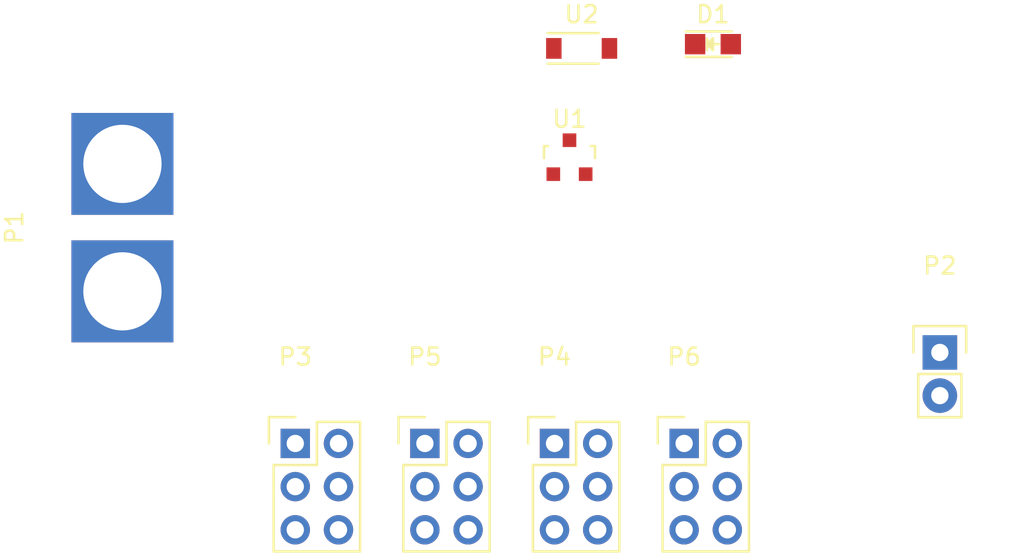
<source format=kicad_pcb>
(kicad_pcb (version 4) (host pcbnew 4.0.4-stable)

  (general
    (links 18)
    (no_connects 18)
    (area 142.535 49.98 202.946667 83.275001)
    (thickness 1.6)
    (drawings 0)
    (tracks 0)
    (zones 0)
    (modules 9)
    (nets 6)
  )

  (page A4)
  (layers
    (0 F.Cu signal)
    (31 B.Cu signal)
    (32 B.Adhes user)
    (33 F.Adhes user)
    (34 B.Paste user)
    (35 F.Paste user)
    (36 B.SilkS user)
    (37 F.SilkS user)
    (38 B.Mask user)
    (39 F.Mask user)
    (40 Dwgs.User user)
    (41 Cmts.User user)
    (42 Eco1.User user)
    (43 Eco2.User user)
    (44 Edge.Cuts user)
    (45 Margin user)
    (46 B.CrtYd user)
    (47 F.CrtYd user)
    (48 B.Fab user)
    (49 F.Fab user)
  )

  (setup
    (last_trace_width 0.25)
    (user_trace_width 0.3)
    (user_trace_width 0.4)
    (user_trace_width 0.5)
    (user_trace_width 0.6)
    (user_trace_width 0.7)
    (user_trace_width 1)
    (user_trace_width 2)
    (user_trace_width 3)
    (trace_clearance 0.2)
    (zone_clearance 0.508)
    (zone_45_only no)
    (trace_min 0.2)
    (segment_width 0.2)
    (edge_width 0.15)
    (via_size 0.6)
    (via_drill 0.4)
    (via_min_size 0.4)
    (via_min_drill 0.3)
    (uvia_size 0.3)
    (uvia_drill 0.1)
    (uvias_allowed no)
    (uvia_min_size 0.2)
    (uvia_min_drill 0.1)
    (pcb_text_width 0.3)
    (pcb_text_size 1.5 1.5)
    (mod_edge_width 0.15)
    (mod_text_size 1 1)
    (mod_text_width 0.15)
    (pad_size 1.524 1.524)
    (pad_drill 0.762)
    (pad_to_mask_clearance 0.2)
    (aux_axis_origin 0 0)
    (visible_elements FFFFEF7F)
    (pcbplotparams
      (layerselection 0x00030_80000001)
      (usegerberextensions false)
      (excludeedgelayer true)
      (linewidth 0.100000)
      (plotframeref false)
      (viasonmask false)
      (mode 1)
      (useauxorigin false)
      (hpglpennumber 1)
      (hpglpenspeed 20)
      (hpglpendiameter 15)
      (hpglpenoverlay 2)
      (psnegative false)
      (psa4output false)
      (plotreference true)
      (plotvalue true)
      (plotinvisibletext false)
      (padsonsilk false)
      (subtractmaskfromsilk false)
      (outputformat 1)
      (mirror false)
      (drillshape 1)
      (scaleselection 1)
      (outputdirectory ""))
  )

  (net 0 "")
  (net 1 "Net-(D1-Pad2)")
  (net 2 /GND)
  (net 3 /In+)
  (net 4 "Net-(P2-Pad1)")
  (net 5 +3V3)

  (net_class Default "This is the default net class."
    (clearance 0.2)
    (trace_width 0.25)
    (via_dia 0.6)
    (via_drill 0.4)
    (uvia_dia 0.3)
    (uvia_drill 0.1)
    (add_net +3V3)
    (add_net /GND)
    (add_net /In+)
    (add_net "Net-(D1-Pad2)")
    (add_net "Net-(P2-Pad1)")
  )

  (module LEDs:LED_0805 (layer F.Cu) (tedit 55BDE1C2) (tstamp 5827267C)
    (at 184.575001 52.705)
    (descr "LED 0805 smd package")
    (tags "LED 0805 SMD")
    (path /58272C3F)
    (attr smd)
    (fp_text reference D1 (at 0 -1.75) (layer F.SilkS)
      (effects (font (size 1 1) (thickness 0.15)))
    )
    (fp_text value 3.3v (at 0 1.75) (layer F.Fab)
      (effects (font (size 1 1) (thickness 0.15)))
    )
    (fp_line (start -0.4 -0.3) (end -0.4 0.3) (layer F.Fab) (width 0.15))
    (fp_line (start -0.3 0) (end 0 -0.3) (layer F.Fab) (width 0.15))
    (fp_line (start 0 0.3) (end -0.3 0) (layer F.Fab) (width 0.15))
    (fp_line (start 0 -0.3) (end 0 0.3) (layer F.Fab) (width 0.15))
    (fp_line (start 1 -0.6) (end -1 -0.6) (layer F.Fab) (width 0.15))
    (fp_line (start 1 0.6) (end 1 -0.6) (layer F.Fab) (width 0.15))
    (fp_line (start -1 0.6) (end 1 0.6) (layer F.Fab) (width 0.15))
    (fp_line (start -1 -0.6) (end -1 0.6) (layer F.Fab) (width 0.15))
    (fp_line (start -1.6 0.75) (end 1.1 0.75) (layer F.SilkS) (width 0.15))
    (fp_line (start -1.6 -0.75) (end 1.1 -0.75) (layer F.SilkS) (width 0.15))
    (fp_line (start -0.1 0.15) (end -0.1 -0.1) (layer F.SilkS) (width 0.15))
    (fp_line (start -0.1 -0.1) (end -0.25 0.05) (layer F.SilkS) (width 0.15))
    (fp_line (start -0.35 -0.35) (end -0.35 0.35) (layer F.SilkS) (width 0.15))
    (fp_line (start 0 0) (end 0.35 0) (layer F.SilkS) (width 0.15))
    (fp_line (start -0.35 0) (end 0 -0.35) (layer F.SilkS) (width 0.15))
    (fp_line (start 0 -0.35) (end 0 0.35) (layer F.SilkS) (width 0.15))
    (fp_line (start 0 0.35) (end -0.35 0) (layer F.SilkS) (width 0.15))
    (fp_line (start 1.9 -0.95) (end 1.9 0.95) (layer F.CrtYd) (width 0.05))
    (fp_line (start 1.9 0.95) (end -1.9 0.95) (layer F.CrtYd) (width 0.05))
    (fp_line (start -1.9 0.95) (end -1.9 -0.95) (layer F.CrtYd) (width 0.05))
    (fp_line (start -1.9 -0.95) (end 1.9 -0.95) (layer F.CrtYd) (width 0.05))
    (pad 2 smd rect (at 1.04902 0 180) (size 1.19888 1.19888) (layers F.Cu F.Paste F.Mask)
      (net 1 "Net-(D1-Pad2)"))
    (pad 1 smd rect (at -1.04902 0 180) (size 1.19888 1.19888) (layers F.Cu F.Paste F.Mask)
      (net 2 /GND))
    (model LEDs.3dshapes/LED_0805.wrl
      (at (xyz 0 0 0))
      (scale (xyz 1 1 1))
      (rotate (xyz 0 0 0))
    )
  )

  (module KiCad-Dev:XT60 (layer F.Cu) (tedit 581F53A9) (tstamp 58272682)
    (at 149.86 63.5 90)
    (tags "XT60 conn")
    (path /58272686)
    (fp_text reference P1 (at 0 -6.35 90) (layer F.SilkS)
      (effects (font (size 1 1) (thickness 0.15)))
    )
    (fp_text value CONN_XT60 (at 0.06 -5 90) (layer F.Fab)
      (effects (font (size 1 1) (thickness 0.15)))
    )
    (fp_line (start -8.25 2) (end -8.25 -2) (layer Dwgs.User) (width 0.15))
    (fp_line (start -8.25 2) (end -6.25 4) (layer Dwgs.User) (width 0.15))
    (fp_line (start -8.25 -2) (end -6.25 -4) (layer Dwgs.User) (width 0.15))
    (fp_line (start 7.75 4) (end -6.25 4) (layer Dwgs.User) (width 0.15))
    (fp_line (start -6.25 -4) (end 7.75 -4) (layer Dwgs.User) (width 0.15))
    (fp_line (start 7.75 4) (end 7.75 -4) (layer Dwgs.User) (width 0.15))
    (pad 1 thru_hole rect (at -3.75 0 90) (size 6 6) (drill 4.6) (layers *.Cu *.Mask)
      (net 2 /GND))
    (pad 2 thru_hole rect (at 3.75 0 90) (size 6 6) (drill 4.6) (layers *.Cu *.Mask)
      (net 3 /In+))
  )

  (module Pin_Headers:Pin_Header_Straight_1x02 (layer F.Cu) (tedit 54EA090C) (tstamp 58272688)
    (at 197.913333 70.845)
    (descr "Through hole pin header")
    (tags "pin header")
    (path /582727FA)
    (fp_text reference P2 (at 0 -5.1) (layer F.SilkS)
      (effects (font (size 1 1) (thickness 0.15)))
    )
    (fp_text value CONN_01X02 (at 0 -3.1) (layer F.Fab)
      (effects (font (size 1 1) (thickness 0.15)))
    )
    (fp_line (start 1.27 1.27) (end 1.27 3.81) (layer F.SilkS) (width 0.15))
    (fp_line (start 1.55 -1.55) (end 1.55 0) (layer F.SilkS) (width 0.15))
    (fp_line (start -1.75 -1.75) (end -1.75 4.3) (layer F.CrtYd) (width 0.05))
    (fp_line (start 1.75 -1.75) (end 1.75 4.3) (layer F.CrtYd) (width 0.05))
    (fp_line (start -1.75 -1.75) (end 1.75 -1.75) (layer F.CrtYd) (width 0.05))
    (fp_line (start -1.75 4.3) (end 1.75 4.3) (layer F.CrtYd) (width 0.05))
    (fp_line (start 1.27 1.27) (end -1.27 1.27) (layer F.SilkS) (width 0.15))
    (fp_line (start -1.55 0) (end -1.55 -1.55) (layer F.SilkS) (width 0.15))
    (fp_line (start -1.55 -1.55) (end 1.55 -1.55) (layer F.SilkS) (width 0.15))
    (fp_line (start -1.27 1.27) (end -1.27 3.81) (layer F.SilkS) (width 0.15))
    (fp_line (start -1.27 3.81) (end 1.27 3.81) (layer F.SilkS) (width 0.15))
    (pad 1 thru_hole rect (at 0 0) (size 2.032 2.032) (drill 1.016) (layers *.Cu *.Mask)
      (net 4 "Net-(P2-Pad1)"))
    (pad 2 thru_hole oval (at 0 2.54) (size 2.032 2.032) (drill 1.016) (layers *.Cu *.Mask)
      (net 1 "Net-(D1-Pad2)"))
    (model Pin_Headers.3dshapes/Pin_Header_Straight_1x02.wrl
      (at (xyz 0 -0.05 0))
      (scale (xyz 1 1 1))
      (rotate (xyz 0 0 90))
    )
  )

  (module Pin_Headers:Pin_Header_Straight_2x03 (layer F.Cu) (tedit 54EA0A4B) (tstamp 58272692)
    (at 160.02 76.2)
    (descr "Through hole pin header")
    (tags "pin header")
    (path /5827246A)
    (fp_text reference P3 (at 0 -5.1) (layer F.SilkS)
      (effects (font (size 1 1) (thickness 0.15)))
    )
    (fp_text value CONN_02X03 (at 0 -3.1) (layer F.Fab)
      (effects (font (size 1 1) (thickness 0.15)))
    )
    (fp_line (start -1.27 1.27) (end -1.27 6.35) (layer F.SilkS) (width 0.15))
    (fp_line (start -1.55 -1.55) (end 0 -1.55) (layer F.SilkS) (width 0.15))
    (fp_line (start -1.75 -1.75) (end -1.75 6.85) (layer F.CrtYd) (width 0.05))
    (fp_line (start 4.3 -1.75) (end 4.3 6.85) (layer F.CrtYd) (width 0.05))
    (fp_line (start -1.75 -1.75) (end 4.3 -1.75) (layer F.CrtYd) (width 0.05))
    (fp_line (start -1.75 6.85) (end 4.3 6.85) (layer F.CrtYd) (width 0.05))
    (fp_line (start 1.27 -1.27) (end 1.27 1.27) (layer F.SilkS) (width 0.15))
    (fp_line (start 1.27 1.27) (end -1.27 1.27) (layer F.SilkS) (width 0.15))
    (fp_line (start -1.27 6.35) (end 3.81 6.35) (layer F.SilkS) (width 0.15))
    (fp_line (start 3.81 6.35) (end 3.81 1.27) (layer F.SilkS) (width 0.15))
    (fp_line (start -1.55 -1.55) (end -1.55 0) (layer F.SilkS) (width 0.15))
    (fp_line (start 3.81 -1.27) (end 1.27 -1.27) (layer F.SilkS) (width 0.15))
    (fp_line (start 3.81 1.27) (end 3.81 -1.27) (layer F.SilkS) (width 0.15))
    (pad 1 thru_hole rect (at 0 0) (size 1.7272 1.7272) (drill 1.016) (layers *.Cu *.Mask)
      (net 2 /GND))
    (pad 2 thru_hole oval (at 2.54 0) (size 1.7272 1.7272) (drill 1.016) (layers *.Cu *.Mask))
    (pad 3 thru_hole oval (at 0 2.54) (size 1.7272 1.7272) (drill 1.016) (layers *.Cu *.Mask))
    (pad 4 thru_hole oval (at 2.54 2.54) (size 1.7272 1.7272) (drill 1.016) (layers *.Cu *.Mask))
    (pad 5 thru_hole oval (at 0 5.08) (size 1.7272 1.7272) (drill 1.016) (layers *.Cu *.Mask)
      (net 4 "Net-(P2-Pad1)"))
    (pad 6 thru_hole oval (at 2.54 5.08) (size 1.7272 1.7272) (drill 1.016) (layers *.Cu *.Mask)
      (net 5 +3V3))
    (model Pin_Headers.3dshapes/Pin_Header_Straight_2x03.wrl
      (at (xyz 0.05 -0.1 0))
      (scale (xyz 1 1 1))
      (rotate (xyz 0 0 90))
    )
  )

  (module Pin_Headers:Pin_Header_Straight_2x03 (layer F.Cu) (tedit 54EA0A4B) (tstamp 5827269C)
    (at 175.26 76.2)
    (descr "Through hole pin header")
    (tags "pin header")
    (path /582724EF)
    (fp_text reference P4 (at 0 -5.1) (layer F.SilkS)
      (effects (font (size 1 1) (thickness 0.15)))
    )
    (fp_text value CONN_02X03 (at 0 -3.1) (layer F.Fab)
      (effects (font (size 1 1) (thickness 0.15)))
    )
    (fp_line (start -1.27 1.27) (end -1.27 6.35) (layer F.SilkS) (width 0.15))
    (fp_line (start -1.55 -1.55) (end 0 -1.55) (layer F.SilkS) (width 0.15))
    (fp_line (start -1.75 -1.75) (end -1.75 6.85) (layer F.CrtYd) (width 0.05))
    (fp_line (start 4.3 -1.75) (end 4.3 6.85) (layer F.CrtYd) (width 0.05))
    (fp_line (start -1.75 -1.75) (end 4.3 -1.75) (layer F.CrtYd) (width 0.05))
    (fp_line (start -1.75 6.85) (end 4.3 6.85) (layer F.CrtYd) (width 0.05))
    (fp_line (start 1.27 -1.27) (end 1.27 1.27) (layer F.SilkS) (width 0.15))
    (fp_line (start 1.27 1.27) (end -1.27 1.27) (layer F.SilkS) (width 0.15))
    (fp_line (start -1.27 6.35) (end 3.81 6.35) (layer F.SilkS) (width 0.15))
    (fp_line (start 3.81 6.35) (end 3.81 1.27) (layer F.SilkS) (width 0.15))
    (fp_line (start -1.55 -1.55) (end -1.55 0) (layer F.SilkS) (width 0.15))
    (fp_line (start 3.81 -1.27) (end 1.27 -1.27) (layer F.SilkS) (width 0.15))
    (fp_line (start 3.81 1.27) (end 3.81 -1.27) (layer F.SilkS) (width 0.15))
    (pad 1 thru_hole rect (at 0 0) (size 1.7272 1.7272) (drill 1.016) (layers *.Cu *.Mask)
      (net 2 /GND))
    (pad 2 thru_hole oval (at 2.54 0) (size 1.7272 1.7272) (drill 1.016) (layers *.Cu *.Mask))
    (pad 3 thru_hole oval (at 0 2.54) (size 1.7272 1.7272) (drill 1.016) (layers *.Cu *.Mask))
    (pad 4 thru_hole oval (at 2.54 2.54) (size 1.7272 1.7272) (drill 1.016) (layers *.Cu *.Mask))
    (pad 5 thru_hole oval (at 0 5.08) (size 1.7272 1.7272) (drill 1.016) (layers *.Cu *.Mask)
      (net 4 "Net-(P2-Pad1)"))
    (pad 6 thru_hole oval (at 2.54 5.08) (size 1.7272 1.7272) (drill 1.016) (layers *.Cu *.Mask)
      (net 5 +3V3))
    (model Pin_Headers.3dshapes/Pin_Header_Straight_2x03.wrl
      (at (xyz 0.05 -0.1 0))
      (scale (xyz 1 1 1))
      (rotate (xyz 0 0 90))
    )
  )

  (module Pin_Headers:Pin_Header_Straight_2x03 (layer F.Cu) (tedit 54EA0A4B) (tstamp 582726A6)
    (at 167.64 76.2)
    (descr "Through hole pin header")
    (tags "pin header")
    (path /58272513)
    (fp_text reference P5 (at 0 -5.1) (layer F.SilkS)
      (effects (font (size 1 1) (thickness 0.15)))
    )
    (fp_text value CONN_02X03 (at 0 -3.1) (layer F.Fab)
      (effects (font (size 1 1) (thickness 0.15)))
    )
    (fp_line (start -1.27 1.27) (end -1.27 6.35) (layer F.SilkS) (width 0.15))
    (fp_line (start -1.55 -1.55) (end 0 -1.55) (layer F.SilkS) (width 0.15))
    (fp_line (start -1.75 -1.75) (end -1.75 6.85) (layer F.CrtYd) (width 0.05))
    (fp_line (start 4.3 -1.75) (end 4.3 6.85) (layer F.CrtYd) (width 0.05))
    (fp_line (start -1.75 -1.75) (end 4.3 -1.75) (layer F.CrtYd) (width 0.05))
    (fp_line (start -1.75 6.85) (end 4.3 6.85) (layer F.CrtYd) (width 0.05))
    (fp_line (start 1.27 -1.27) (end 1.27 1.27) (layer F.SilkS) (width 0.15))
    (fp_line (start 1.27 1.27) (end -1.27 1.27) (layer F.SilkS) (width 0.15))
    (fp_line (start -1.27 6.35) (end 3.81 6.35) (layer F.SilkS) (width 0.15))
    (fp_line (start 3.81 6.35) (end 3.81 1.27) (layer F.SilkS) (width 0.15))
    (fp_line (start -1.55 -1.55) (end -1.55 0) (layer F.SilkS) (width 0.15))
    (fp_line (start 3.81 -1.27) (end 1.27 -1.27) (layer F.SilkS) (width 0.15))
    (fp_line (start 3.81 1.27) (end 3.81 -1.27) (layer F.SilkS) (width 0.15))
    (pad 1 thru_hole rect (at 0 0) (size 1.7272 1.7272) (drill 1.016) (layers *.Cu *.Mask)
      (net 2 /GND))
    (pad 2 thru_hole oval (at 2.54 0) (size 1.7272 1.7272) (drill 1.016) (layers *.Cu *.Mask))
    (pad 3 thru_hole oval (at 0 2.54) (size 1.7272 1.7272) (drill 1.016) (layers *.Cu *.Mask))
    (pad 4 thru_hole oval (at 2.54 2.54) (size 1.7272 1.7272) (drill 1.016) (layers *.Cu *.Mask))
    (pad 5 thru_hole oval (at 0 5.08) (size 1.7272 1.7272) (drill 1.016) (layers *.Cu *.Mask)
      (net 4 "Net-(P2-Pad1)"))
    (pad 6 thru_hole oval (at 2.54 5.08) (size 1.7272 1.7272) (drill 1.016) (layers *.Cu *.Mask)
      (net 5 +3V3))
    (model Pin_Headers.3dshapes/Pin_Header_Straight_2x03.wrl
      (at (xyz 0.05 -0.1 0))
      (scale (xyz 1 1 1))
      (rotate (xyz 0 0 90))
    )
  )

  (module Pin_Headers:Pin_Header_Straight_2x03 (layer F.Cu) (tedit 54EA0A4B) (tstamp 582726B0)
    (at 182.88 76.2)
    (descr "Through hole pin header")
    (tags "pin header")
    (path /58272423)
    (fp_text reference P6 (at 0 -5.1) (layer F.SilkS)
      (effects (font (size 1 1) (thickness 0.15)))
    )
    (fp_text value CONN_02X03 (at 0 -3.1) (layer F.Fab)
      (effects (font (size 1 1) (thickness 0.15)))
    )
    (fp_line (start -1.27 1.27) (end -1.27 6.35) (layer F.SilkS) (width 0.15))
    (fp_line (start -1.55 -1.55) (end 0 -1.55) (layer F.SilkS) (width 0.15))
    (fp_line (start -1.75 -1.75) (end -1.75 6.85) (layer F.CrtYd) (width 0.05))
    (fp_line (start 4.3 -1.75) (end 4.3 6.85) (layer F.CrtYd) (width 0.05))
    (fp_line (start -1.75 -1.75) (end 4.3 -1.75) (layer F.CrtYd) (width 0.05))
    (fp_line (start -1.75 6.85) (end 4.3 6.85) (layer F.CrtYd) (width 0.05))
    (fp_line (start 1.27 -1.27) (end 1.27 1.27) (layer F.SilkS) (width 0.15))
    (fp_line (start 1.27 1.27) (end -1.27 1.27) (layer F.SilkS) (width 0.15))
    (fp_line (start -1.27 6.35) (end 3.81 6.35) (layer F.SilkS) (width 0.15))
    (fp_line (start 3.81 6.35) (end 3.81 1.27) (layer F.SilkS) (width 0.15))
    (fp_line (start -1.55 -1.55) (end -1.55 0) (layer F.SilkS) (width 0.15))
    (fp_line (start 3.81 -1.27) (end 1.27 -1.27) (layer F.SilkS) (width 0.15))
    (fp_line (start 3.81 1.27) (end 3.81 -1.27) (layer F.SilkS) (width 0.15))
    (pad 1 thru_hole rect (at 0 0) (size 1.7272 1.7272) (drill 1.016) (layers *.Cu *.Mask)
      (net 2 /GND))
    (pad 2 thru_hole oval (at 2.54 0) (size 1.7272 1.7272) (drill 1.016) (layers *.Cu *.Mask))
    (pad 3 thru_hole oval (at 0 2.54) (size 1.7272 1.7272) (drill 1.016) (layers *.Cu *.Mask))
    (pad 4 thru_hole oval (at 2.54 2.54) (size 1.7272 1.7272) (drill 1.016) (layers *.Cu *.Mask))
    (pad 5 thru_hole oval (at 0 5.08) (size 1.7272 1.7272) (drill 1.016) (layers *.Cu *.Mask)
      (net 4 "Net-(P2-Pad1)"))
    (pad 6 thru_hole oval (at 2.54 5.08) (size 1.7272 1.7272) (drill 1.016) (layers *.Cu *.Mask)
      (net 5 +3V3))
    (model Pin_Headers.3dshapes/Pin_Header_Straight_2x03.wrl
      (at (xyz 0.05 -0.1 0))
      (scale (xyz 1 1 1))
      (rotate (xyz 0 0 90))
    )
  )

  (module TO_SOT_Packages_SMD:SOT-23 (layer F.Cu) (tedit 553634F8) (tstamp 582726B7)
    (at 176.140476 59.355)
    (descr "SOT-23, Standard")
    (tags SOT-23)
    (path /58272571)
    (attr smd)
    (fp_text reference U1 (at 0 -2.25) (layer F.SilkS)
      (effects (font (size 1 1) (thickness 0.15)))
    )
    (fp_text value LM3480-3.3 (at 0 2.3) (layer F.Fab)
      (effects (font (size 1 1) (thickness 0.15)))
    )
    (fp_line (start -1.65 -1.6) (end 1.65 -1.6) (layer F.CrtYd) (width 0.05))
    (fp_line (start 1.65 -1.6) (end 1.65 1.6) (layer F.CrtYd) (width 0.05))
    (fp_line (start 1.65 1.6) (end -1.65 1.6) (layer F.CrtYd) (width 0.05))
    (fp_line (start -1.65 1.6) (end -1.65 -1.6) (layer F.CrtYd) (width 0.05))
    (fp_line (start 1.29916 -0.65024) (end 1.2509 -0.65024) (layer F.SilkS) (width 0.15))
    (fp_line (start -1.49982 0.0508) (end -1.49982 -0.65024) (layer F.SilkS) (width 0.15))
    (fp_line (start -1.49982 -0.65024) (end -1.2509 -0.65024) (layer F.SilkS) (width 0.15))
    (fp_line (start 1.29916 -0.65024) (end 1.49982 -0.65024) (layer F.SilkS) (width 0.15))
    (fp_line (start 1.49982 -0.65024) (end 1.49982 0.0508) (layer F.SilkS) (width 0.15))
    (pad 1 smd rect (at -0.95 1.00076) (size 0.8001 0.8001) (layers F.Cu F.Paste F.Mask)
      (net 5 +3V3))
    (pad 2 smd rect (at 0.95 1.00076) (size 0.8001 0.8001) (layers F.Cu F.Paste F.Mask)
      (net 3 /In+))
    (pad 3 smd rect (at 0 -0.99822) (size 0.8001 0.8001) (layers F.Cu F.Paste F.Mask)
      (net 2 /GND))
    (model TO_SOT_Packages_SMD.3dshapes/SOT-23.wrl
      (at (xyz 0 0 0))
      (scale (xyz 1 1 1))
      (rotate (xyz 0 0 0))
    )
  )

  (module Diodes_SMD:SOD-123 (layer F.Cu) (tedit 5753A53E) (tstamp 582726BD)
    (at 176.854762 52.955)
    (descr SOD-123)
    (tags SOD-123)
    (path /58272BFC)
    (attr smd)
    (fp_text reference U2 (at 0 -2) (layer F.SilkS)
      (effects (font (size 1 1) (thickness 0.15)))
    )
    (fp_text value NSI45020AT1G (at 0 2.1) (layer F.Fab)
      (effects (font (size 1 1) (thickness 0.15)))
    )
    (fp_line (start 0.25 0) (end 0.75 0) (layer F.Fab) (width 0.15))
    (fp_line (start 0.25 0.4) (end -0.35 0) (layer F.Fab) (width 0.15))
    (fp_line (start 0.25 -0.4) (end 0.25 0.4) (layer F.Fab) (width 0.15))
    (fp_line (start -0.35 0) (end 0.25 -0.4) (layer F.Fab) (width 0.15))
    (fp_line (start -0.35 0) (end -0.35 0.55) (layer F.Fab) (width 0.15))
    (fp_line (start -0.35 0) (end -0.35 -0.55) (layer F.Fab) (width 0.15))
    (fp_line (start -0.75 0) (end -0.35 0) (layer F.Fab) (width 0.15))
    (fp_line (start -1.35 0.8) (end -1.35 -0.8) (layer F.Fab) (width 0.15))
    (fp_line (start 1.35 0.8) (end -1.35 0.8) (layer F.Fab) (width 0.15))
    (fp_line (start 1.35 -0.8) (end 1.35 0.8) (layer F.Fab) (width 0.15))
    (fp_line (start -1.35 -0.8) (end 1.35 -0.8) (layer F.Fab) (width 0.15))
    (fp_line (start -2.25 -1.05) (end 2.25 -1.05) (layer F.CrtYd) (width 0.05))
    (fp_line (start 2.25 -1.05) (end 2.25 1.05) (layer F.CrtYd) (width 0.05))
    (fp_line (start 2.25 1.05) (end -2.25 1.05) (layer F.CrtYd) (width 0.05))
    (fp_line (start -2.25 -1.05) (end -2.25 1.05) (layer F.CrtYd) (width 0.05))
    (fp_line (start -2 0.9) (end 1 0.9) (layer F.SilkS) (width 0.15))
    (fp_line (start -2 -0.9) (end 1 -0.9) (layer F.SilkS) (width 0.15))
    (pad 1 smd rect (at -1.635 0) (size 0.91 1.22) (layers F.Cu F.Paste F.Mask)
      (net 1 "Net-(D1-Pad2)"))
    (pad 2 smd rect (at 1.635 0) (size 0.91 1.22) (layers F.Cu F.Paste F.Mask)
      (net 3 /In+))
    (model ${KISYS3DMOD}/Diodes_SMD.3dshapes/SOD-123.wrl
      (at (xyz 0 0 0))
      (scale (xyz 1 1 1))
      (rotate (xyz 0 0 0))
    )
  )

)

</source>
